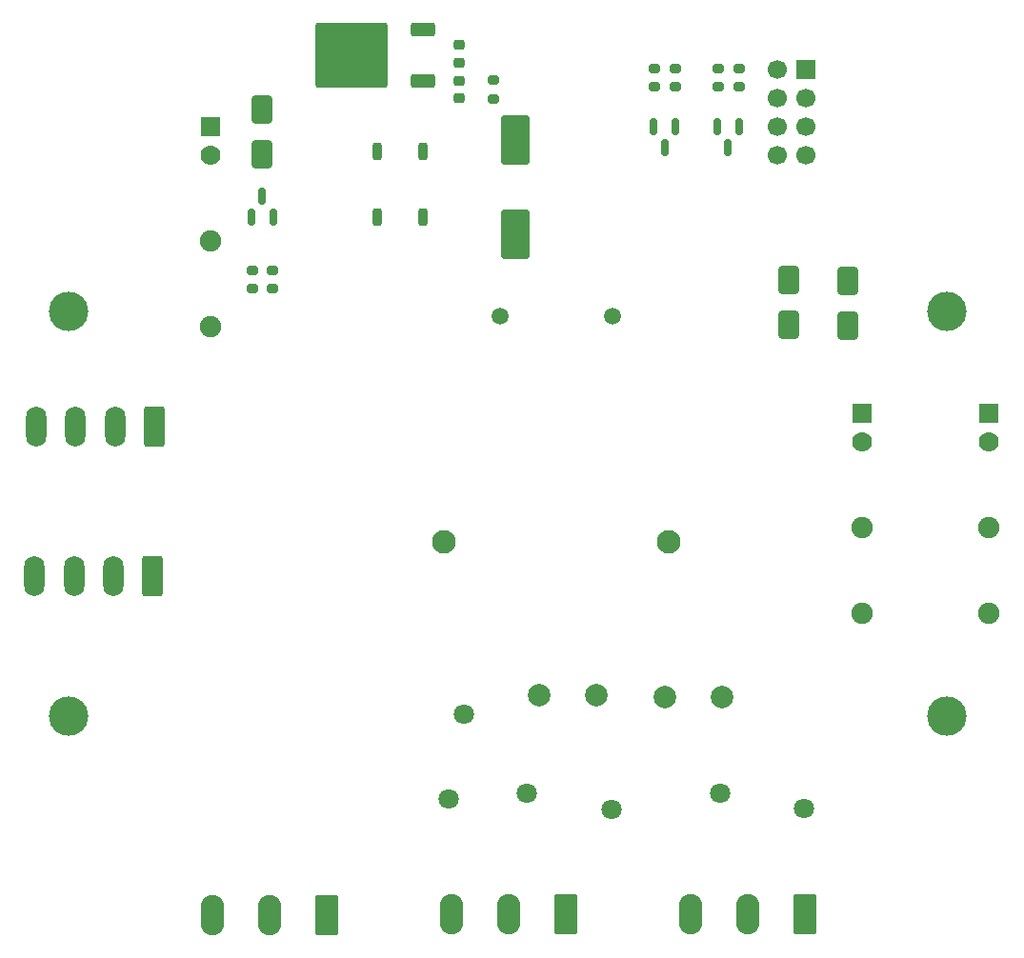
<source format=gbr>
%TF.GenerationSoftware,KiCad,Pcbnew,9.0.6*%
%TF.CreationDate,2025-11-29T13:29:23+01:00*%
%TF.ProjectId,AMN_230V_pcb,414d4e5f-3233-4305-965f-7063622e6b69,rev?*%
%TF.SameCoordinates,Original*%
%TF.FileFunction,Soldermask,Top*%
%TF.FilePolarity,Negative*%
%FSLAX46Y46*%
G04 Gerber Fmt 4.6, Leading zero omitted, Abs format (unit mm)*
G04 Created by KiCad (PCBNEW 9.0.6) date 2025-11-29 13:29:23*
%MOMM*%
%LPD*%
G01*
G04 APERTURE LIST*
G04 Aperture macros list*
%AMRoundRect*
0 Rectangle with rounded corners*
0 $1 Rounding radius*
0 $2 $3 $4 $5 $6 $7 $8 $9 X,Y pos of 4 corners*
0 Add a 4 corners polygon primitive as box body*
4,1,4,$2,$3,$4,$5,$6,$7,$8,$9,$2,$3,0*
0 Add four circle primitives for the rounded corners*
1,1,$1+$1,$2,$3*
1,1,$1+$1,$4,$5*
1,1,$1+$1,$6,$7*
1,1,$1+$1,$8,$9*
0 Add four rect primitives between the rounded corners*
20,1,$1+$1,$2,$3,$4,$5,0*
20,1,$1+$1,$4,$5,$6,$7,0*
20,1,$1+$1,$6,$7,$8,$9,0*
20,1,$1+$1,$8,$9,$2,$3,0*%
G04 Aperture macros list end*
%ADD10RoundRect,0.150000X0.150000X-0.587500X0.150000X0.587500X-0.150000X0.587500X-0.150000X-0.587500X0*%
%ADD11RoundRect,0.200000X0.275000X-0.200000X0.275000X0.200000X-0.275000X0.200000X-0.275000X-0.200000X0*%
%ADD12C,3.500000*%
%ADD13C,2.000000*%
%ADD14R,1.778000X1.778000*%
%ADD15C,1.778000*%
%ADD16C,1.900000*%
%ADD17RoundRect,0.250000X-0.650000X1.000000X-0.650000X-1.000000X0.650000X-1.000000X0.650000X1.000000X0*%
%ADD18C,1.800000*%
%ADD19R,1.700000X1.700000*%
%ADD20C,1.700000*%
%ADD21RoundRect,0.200000X-0.275000X0.200000X-0.275000X-0.200000X0.275000X-0.200000X0.275000X0.200000X0*%
%ADD22RoundRect,0.249999X0.790001X1.550001X-0.790001X1.550001X-0.790001X-1.550001X0.790001X-1.550001X0*%
%ADD23O,2.080000X3.600000*%
%ADD24RoundRect,0.150000X-0.150000X0.587500X-0.150000X-0.587500X0.150000X-0.587500X0.150000X0.587500X0*%
%ADD25RoundRect,0.225000X-0.250000X0.225000X-0.250000X-0.225000X0.250000X-0.225000X0.250000X0.225000X0*%
%ADD26RoundRect,0.200000X-0.200000X0.562500X-0.200000X-0.562500X0.200000X-0.562500X0.200000X0.562500X0*%
%ADD27RoundRect,0.250000X0.650000X1.550000X-0.650000X1.550000X-0.650000X-1.550000X0.650000X-1.550000X0*%
%ADD28O,1.800000X3.600000*%
%ADD29RoundRect,0.250000X-1.000000X1.950000X-1.000000X-1.950000X1.000000X-1.950000X1.000000X1.950000X0*%
%ADD30C,2.100000*%
%ADD31C,1.500000*%
%ADD32RoundRect,0.225000X0.250000X-0.225000X0.250000X0.225000X-0.250000X0.225000X-0.250000X-0.225000X0*%
%ADD33RoundRect,0.250000X0.850000X0.350000X-0.850000X0.350000X-0.850000X-0.350000X0.850000X-0.350000X0*%
%ADD34RoundRect,0.249997X2.950003X2.650003X-2.950003X2.650003X-2.950003X-2.650003X2.950003X-2.650003X0*%
G04 APERTURE END LIST*
D10*
%TO.C,Q3*%
X83600000Y-75025000D03*
X85500000Y-75025000D03*
X84550000Y-73150000D03*
%TD*%
D11*
%TO.C,R2*%
X125050000Y-63450000D03*
X125050000Y-61800000D03*
%TD*%
D12*
%TO.C,H3*%
X145350000Y-119350000D03*
%TD*%
D13*
%TO.C,F2*%
X120310000Y-117650000D03*
X125390000Y-117650000D03*
%TD*%
D11*
%TO.C,R1*%
X119400000Y-63450000D03*
X119400000Y-61800000D03*
%TD*%
D14*
%TO.C,K3*%
X79922500Y-66997500D03*
D15*
X79922500Y-69537500D03*
D16*
X79922500Y-77157500D03*
X79922500Y-84777500D03*
%TD*%
D17*
%TO.C,D1*%
X131350000Y-80600000D03*
X131350000Y-84600000D03*
%TD*%
D18*
%TO.C,V3*%
X101100000Y-126700000D03*
X102500000Y-119200000D03*
%TD*%
D12*
%TO.C,H1*%
X67350000Y-83350000D03*
%TD*%
D19*
%TO.C,J5*%
X132850000Y-61850000D03*
D20*
X130310000Y-61850000D03*
X132850000Y-64390000D03*
X130310000Y-64390000D03*
X132850000Y-66930000D03*
X130310000Y-66930000D03*
X132850000Y-69470000D03*
X130310000Y-69470000D03*
%TD*%
D13*
%TO.C,F1*%
X114240000Y-117550000D03*
X109160000Y-117550000D03*
%TD*%
D21*
%TO.C,R7*%
X105100000Y-62825000D03*
X105100000Y-64475000D03*
%TD*%
%TO.C,R3*%
X83650000Y-79750000D03*
X83650000Y-81400000D03*
%TD*%
D17*
%TO.C,D3*%
X84500000Y-65450000D03*
X84500000Y-69450000D03*
%TD*%
D18*
%TO.C,V2*%
X132700000Y-127600000D03*
X125200000Y-126200000D03*
%TD*%
D22*
%TO.C,J2*%
X111550000Y-137000000D03*
D23*
X106470000Y-137000000D03*
X101390000Y-137000000D03*
%TD*%
D24*
%TO.C,Q2*%
X126900000Y-66962500D03*
X125000000Y-66962500D03*
X125950000Y-68837500D03*
%TD*%
D25*
%TO.C,C2*%
X102000000Y-62900000D03*
X102000000Y-64450000D03*
%TD*%
D26*
%TO.C,D4*%
X98800000Y-69150000D03*
X94800000Y-69150000D03*
X94800000Y-75025000D03*
X98800000Y-75025000D03*
%TD*%
D27*
%TO.C,J6*%
X74800000Y-106950000D03*
D28*
X71300000Y-106950000D03*
X67800000Y-106950000D03*
X64300000Y-106950000D03*
%TD*%
D21*
%TO.C,R6*%
X85450000Y-79750000D03*
X85450000Y-81400000D03*
%TD*%
D12*
%TO.C,H4*%
X67350000Y-119350000D03*
%TD*%
D11*
%TO.C,R4*%
X121250000Y-63450000D03*
X121250000Y-61800000D03*
%TD*%
D24*
%TO.C,Q1*%
X121250000Y-66925000D03*
X119350000Y-66925000D03*
X120300000Y-68800000D03*
%TD*%
D14*
%TO.C,K2*%
X149150000Y-92470000D03*
D15*
X149150000Y-95010000D03*
D16*
X149150000Y-102630000D03*
X149150000Y-110250000D03*
%TD*%
D18*
%TO.C,V1*%
X115550000Y-127650000D03*
X108050000Y-126250000D03*
%TD*%
D29*
%TO.C,C1*%
X107000000Y-68150000D03*
X107000000Y-76550000D03*
%TD*%
D22*
%TO.C,J3*%
X132750000Y-137000000D03*
D23*
X127670000Y-137000000D03*
X122590000Y-137000000D03*
%TD*%
D30*
%TO.C,T1*%
X100650000Y-103850000D03*
X120650000Y-103850000D03*
D31*
X105650000Y-83850000D03*
X115650000Y-83850000D03*
%TD*%
D32*
%TO.C,C3*%
X102000000Y-61275000D03*
X102000000Y-59725000D03*
%TD*%
D17*
%TO.C,D2*%
X136550000Y-80650000D03*
X136550000Y-84650000D03*
%TD*%
D22*
%TO.C,J1*%
X90250000Y-137050000D03*
D23*
X85170000Y-137050000D03*
X80090000Y-137050000D03*
%TD*%
D11*
%TO.C,R5*%
X126900000Y-63450000D03*
X126900000Y-61800000D03*
%TD*%
D12*
%TO.C,H2*%
X145350000Y-83350000D03*
%TD*%
D33*
%TO.C,U1*%
X98800000Y-62910000D03*
D34*
X92500000Y-60630000D03*
D33*
X98800000Y-58350000D03*
%TD*%
D27*
%TO.C,J4*%
X74950000Y-93650000D03*
D28*
X71450000Y-93650000D03*
X67950000Y-93650000D03*
X64450000Y-93650000D03*
%TD*%
D14*
%TO.C,K1*%
X137872500Y-92470000D03*
D15*
X137872500Y-95010000D03*
D16*
X137872500Y-102630000D03*
X137872500Y-110250000D03*
%TD*%
M02*

</source>
